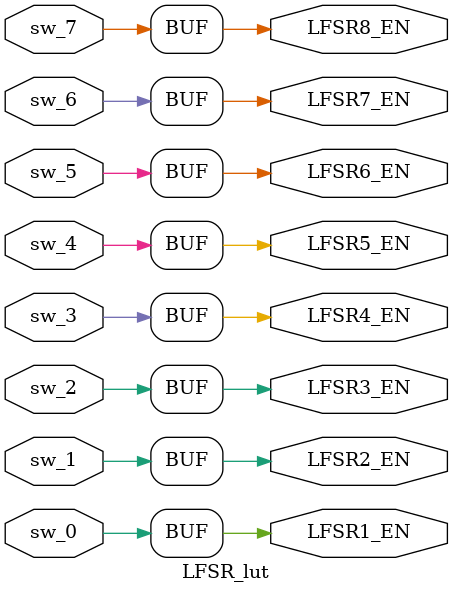
<source format=v>
`timescale 1ns / 1ps
module top_LFSR(output [3:0]gpioBank1, output [3:0]gpioBank2, input clk, input [7:0]sw);

	lut_to_LFSR topLUT(clk, sw[7:0], gpioBank1[0], gpioBank1[1], gpioBank1[2], gpioBank1[3], gpioBank2[0], gpioBank2[1], gpioBank2[2], gpioBank2[3]);

endmodule
// Module that combines all of the components so that a flip of a switch initiates different sound outputs
module lut_to_LFSR(clk, sw, LFSR_1,LFSR_2,LFSR_3,LFSR_4,LFSR_5,LFSR_6,LFSR_7,LFSR_8);
input clk;
input[7:0] sw;
output[7:0] LFSR_1,LFSR_2,LFSR_3,LFSR_4,LFSR_5,LFSR_6,LFSR_7,LFSR_8;

wire conditioned1, conditioned2, conditioned3, conditioned4, conditioned5, conditioned6, conditioned7, conditioned8;
wire[16:0] counter1,counter2,counter3,counter4;
wire[15:0] counter5,counter6,counter7,counter8;
wire speaker1, speaker2, speaker3, speaker4, speaker5, speaker6, speaker7, speaker8;
wire EN_C,EN_D,EN_E,EN_F,EN_G,EN_A,EN_B,EN_C2;

inputconditioner lfsr1_ic(clk, sw[0], conditioned1);
inputconditioner lfsr2_ic(clk, sw[1], conditioned2);
inputconditioner lfsr3_ic(clk, sw[2], conditioned3);
inputconditioner lfsr4_ic(clk, sw[3], conditioned4);
inputconditioner lfsr5_ic(clk, sw[4], conditioned5);
inputconditioner lfsr6_ic(clk, sw[5], conditioned6);
inputconditioner lfsr7_ic(clk, sw[6], conditioned7);
inputconditioner lfsr8_ic(clk, sw[7], conditioned8);

LFSR_lut LUT(conditioned1,conditioned2,conditioned3,conditioned4,conditioned5,conditioned6,conditioned7,conditioned8,EN_C,EN_D,EN_E,EN_F,EN_G,EN_A,EN_B,EN_C2);

musicC CredoCLK (clk, speaker1, counter1, EN_C);
musicD DredoCLK (clk, speaker2, counter2, EN_D);
musicE EredoCLK (clk, speaker3, counter3, EN_E);
musicF FredoCLK (clk, speaker4, counter4, EN_F);
musicG GredoCLK (clk, speaker5, counter5, EN_G);
musicA AredoCLK (clk, speaker6, counter6, EN_A);
musicB BredoCLK (clk, speaker7, counter7, EN_B);
musicC2 C2redoCLK (clk, speaker8, counter8, EN_C2);

LFSR1 lfsr_1(speaker1,LFSR_1,EN_C);
LFSR2 lfsr_2(speaker2,LFSR_2,EN_D);
LFSR3 lfsr_3(speaker3,LFSR_3,EN_E);
LFSR4 lfsr_4(speaker4,LFSR_4,EN_F);
LFSR5 lfsr_5(speaker5,LFSR_5,EN_G);
LFSR6 lfsr_6(speaker6,LFSR_6,EN_A);
LFSR7 lfsr_7(speaker7,LFSR_7,EN_B);
LFSR8 lfsr_8(speaker8,LFSR_8,EN_C2);

endmodule 
// Input conditioner for all of the switches
module inputconditioner(clk, noisysignal, conditioned);
output reg conditioned = 0;
reg positiveedge = 0;
reg negativeedge = 0;
input clk, noisysignal;


parameter counterwidth = 3;
parameter waittime = 3;

reg[counterwidth-1:0] counter =0;
reg synchronizer0 = 0;
reg synchronizer1 = 0;

always @(posedge clk ) begin
	positiveedge <= 0;
	negativeedge <= 0;
    	if(conditioned == synchronizer1) // conditioned will is equal to the next waittime signal
        	counter <= 0;
    	else begin
        if( counter == waittime) begin //when conditioned has not been equal to the next three waittime signals 
            	counter <= 0; //will set counter back to zero after this cycle
            	conditioned <= synchronizer1; //does not shift until after this cycle
		if (conditioned == 0) begin //during this cycle, checks if the first conditioned (when the next waittime signals have not been equal) is zero
			positiveedge <=1; //if 0, there is a rise in the signal
		end
		else begin
			negativeedge <=1; //if 1, there is a fall in the signal
		end
        end
        else 
            	counter <= counter+1; //when the waittime has not been three, counter keeps adding one, until waittime is three (which then initializes the check above)
    	end
    	synchronizer1 = synchronizer0;
    	synchronizer0 = noisysignal;
end
endmodule
// All of the notes up counters: C, D, E, F, G, A, B, C2 (C that is one octave higher than middle C)
module musicC(clk, speaker, counter, EN_C);
//261.6 HZ
input clk;
input EN_C;
output speaker;

output reg [16:0] counter = 17'b0;

always @(posedge clk)
	if(EN_C) begin
		if(counter==95566) begin
			counter <= 0;
    		end
    		else begin
			counter <= counter+1;
    		end
	end
assign speaker = counter[16];
endmodule
module musicD(clk, speaker, counter, EN_D);
//293.7 HZ
input clk;
input EN_D;
output speaker;

output reg [16:0] counter = 17'b0;

always @(posedge clk)
	if(EN_D) begin
		if(counter==85121) begin
			counter <= 0;
    		end
    		else begin
			counter <= counter+1;
    		end
	end
assign speaker = counter[16];
endmodule

module musicE(clk, speaker, counter, EN_E);
//329.6 HZ
input clk;
input EN_E;
output speaker;

output reg [16:0] counter = 17'b0;

always @(posedge clk)
	if(EN_E) begin
		if(counter==75850) begin
			counter <= 0;
    		end
    		else begin
			counter <= counter+1;
    		end
	end
assign speaker = counter[16];
endmodule

module musicF(clk, speaker, counter, EN_F);
//349.2 HZ
input clk;
input EN_F;
output speaker;

output reg [16:0] counter = 17'b0;

always @(posedge clk)
	if(EN_F) begin
		if(counter==71592) begin
			counter <= 0;
    		end
    		else begin
			counter <= counter+1;
    		end
	end
assign speaker = counter[16];
endmodule
module musicG(clk, speaker, counter, EN_F);
//392 HZ
input clk;
input EN_F;
output speaker;

output reg [15:0] counter = 16'b0;

always @(posedge clk)
	if(EN_F) begin
    		if(counter==63776) begin
			counter <= 0;
    		end
    		else begin
			counter <= counter+1;
    		end
	end
assign speaker = counter[15];
endmodule

module musicA(clk, speaker, counter, EN_A);
//440 HZ
input clk;
input EN_A;
output speaker;

output reg [15:0] counter = 16'b0;

always @(posedge clk)
	if(EN_A) begin
		if(counter==56818) begin
			counter <= 0;
    		end
    		else begin
			counter <= counter+1;
    		end
	end
assign speaker = counter[15];
endmodule
module musicB(clk, speaker, counter, EN_B);
//493.9 HZ
input clk;
input EN_B;
output speaker;

output reg [15:0] counter = 16'b0;

always @(posedge clk)
	if(EN_B) begin
		if(counter==50618) begin
			counter <= 0;
    		end
    		else begin
			counter <= counter+1;
    		end
	end
assign speaker = counter[15];
endmodule

module musicC2(clk, speaker, counter, EN_C2);
//523.3 HZ
input clk;
input EN_C2;
output speaker;

output reg [15:0] counter = 16'b0;

always @(posedge clk)
	if(EN_C2) begin
		if(counter==47774) begin
			counter <= 0;
    		end
    		else begin
			counter <= counter+1;
    		end
	end
assign speaker = counter[15];
endmodule
// The different LFSRs that will be initiated by each switch. They each have different pseudo-random patterns.
module LFSR1(clk,LFSR,LFSR1_EN);
input clk,LFSR1_EN;
output reg [7:0] LFSR = 8'b11111111;  // put here the initial value

wire feedback = LFSR[7];
always @(posedge clk) begin
if(LFSR1_EN) begin
  LFSR[0] <= feedback;
  LFSR[1] <= LFSR[0];
  LFSR[2] <= LFSR[1] ^ feedback;
  LFSR[3] <= LFSR[2] ^ feedback;
  LFSR[4] <= LFSR[3] ^ feedback;
  LFSR[5] <= LFSR[4];
  LFSR[6] <= LFSR[5];
  LFSR[7] <= LFSR[6];
end
end
endmodule 

module LFSR2(clk,LFSR,LFSR2_EN);
input clk,LFSR2_EN;
output reg [7:0] LFSR = 8'b11011111;  // put here the initial value

wire feedback = LFSR[7];

always @(posedge clk) begin
if(LFSR2_EN) begin
  LFSR[0] <= feedback;
  LFSR[1] <= LFSR[0];
  LFSR[2] <= LFSR[1] ^ feedback;
  LFSR[3] <= LFSR[2];
  LFSR[4] <= LFSR[3] ^ feedback;
  LFSR[5] <= LFSR[4];
  LFSR[6] <= LFSR[5] ^ feedback;
  LFSR[7] <= LFSR[6];
end
end
endmodule 

module LFSR3(clk,LFSR,LFSR3_EN);
input clk,LFSR3_EN;
output reg [7:0] LFSR = 8'b01010101;  // put here the initial value

wire feedback = LFSR[7];

always @(posedge clk) begin
if(LFSR3_EN) begin
  LFSR[0] <= feedback;
  LFSR[1] <= LFSR[0];
  LFSR[2] <= LFSR[1] ^ feedback;
  LFSR[3] <= LFSR[2];
  LFSR[4] <= LFSR[3];
  LFSR[5] <= LFSR[4];
  LFSR[6] <= LFSR[5];
  LFSR[7] <= LFSR[6] ^ feedback;
end
end
endmodule
module LFSR4(clk,LFSR,LFSR4_EN);
input clk,LFSR4_EN;
output reg [7:0] LFSR = 8'b11101111;  // put here the initial value

wire feedback = LFSR[7];
always @(posedge clk) begin
if(LFSR4_EN) begin
  LFSR[0] <= feedback;
  LFSR[1] <= LFSR[0] ^ feedback;
  LFSR[2] <= LFSR[1];
  LFSR[3] <= LFSR[2] ^ feedback;
  LFSR[4] <= LFSR[3];
  LFSR[5] <= LFSR[4];
  LFSR[6] <= LFSR[5];
  LFSR[7] <= LFSR[6];
end
end
endmodule 
module LFSR5(clk,LFSR,LFSR5_EN);
input clk,LFSR5_EN;
output reg [7:0] LFSR = 8'b11111000;  // put here the initial value

wire feedback = LFSR[7];
always @(posedge clk) begin
if(LFSR5_EN) begin
  LFSR[0] <= feedback;
  LFSR[1] <= LFSR[0];
  LFSR[2] <= LFSR[1] ^ feedback;
  LFSR[3] <= LFSR[2];
  LFSR[4] <= LFSR[3] ^ feedback;
  LFSR[5] <= LFSR[4];
  LFSR[6] <= LFSR[5];
  LFSR[7] <= LFSR[6];
end
end
endmodule 
module LFSR6(clk,LFSR,LFSR6_EN);
input clk,LFSR6_EN;
output reg [7:0] LFSR = 8'b01100110;  // put here the initial value

wire feedback = LFSR[7];
always @(posedge clk) begin
if(LFSR6_EN) begin
  LFSR[0] <= feedback;
  LFSR[1] <= LFSR[0];
  LFSR[2] <= LFSR[1] ^ feedback;
  LFSR[3] <= LFSR[2];
  LFSR[4] <= LFSR[3];
  LFSR[5] <= LFSR[4];
  LFSR[6] <= LFSR[5] ^ feedback;
  LFSR[7] <= LFSR[6];
end
end
endmodule 
module LFSR7(clk,LFSR,LFSR7_EN);
input clk,LFSR7_EN;
output reg [7:0] LFSR = 8'b11111111;  // put here the initial value

wire feedback = LFSR[7];
always @(posedge clk) begin
if(LFSR7_EN) begin
  LFSR[0] <= feedback;
  LFSR[1] <= LFSR[0];
  LFSR[2] <= LFSR[1] ^ feedback;
  LFSR[3] <= LFSR[2] ^ feedback;
  LFSR[4] <= LFSR[3] ^ feedback;
  LFSR[5] <= LFSR[4];
  LFSR[6] <= LFSR[5];
  LFSR[7] <= LFSR[6];
end
end
endmodule 
module LFSR8(clk,LFSR,LFSR8_EN);
input clk,LFSR8_EN;
output reg [7:0] LFSR = 8'b10101010;  // put here the initial value

wire feedback = LFSR[7];
always @(posedge clk) begin
if(LFSR8_EN) begin
  LFSR[0] <= feedback;
  LFSR[1] <= LFSR[0] ^ feedback;
  LFSR[2] <= LFSR[1] ^ feedback;
  LFSR[3] <= LFSR[2];
  LFSR[4] <= LFSR[3];
  LFSR[5] <= LFSR[4];
  LFSR[6] <= LFSR[5];
  LFSR[7] <= LFSR[6] ^ feedback;
end
end
endmodule 
// CompArch Final Project
// Piano LFSR LUT
// Detects switches being pressed on FPGA and enables the notes

module LFSR_lut(sw_0,sw_1,sw_2,sw_3,sw_4,sw_5,sw_6,sw_7,LFSR1_EN,LFSR2_EN,LFSR3_EN,LFSR4_EN,LFSR5_EN,LFSR6_EN,LFSR7_EN,LFSR8_EN);
input sw_0, sw_1, sw_2, sw_3, sw_4, sw_5, sw_6, sw_7;

output reg LFSR1_EN = 'b0;
output reg LFSR2_EN = 'b0;
output reg LFSR3_EN = 'b0;
output reg LFSR4_EN = 'b0;
output reg LFSR5_EN = 'b0;
output reg LFSR6_EN = 'b0;
output reg LFSR7_EN = 'b0;
output reg LFSR8_EN = 'b0;

always@(sw_0, sw_1, sw_2, sw_3, sw_3, sw_4, sw_5, sw_6, sw_7) begin
	LFSR8_EN = sw_7;
	LFSR7_EN = sw_6;
	LFSR6_EN = sw_5;
	LFSR5_EN = sw_4;
	LFSR4_EN = sw_3;
	LFSR3_EN = sw_2;
	LFSR2_EN = sw_1;
	LFSR1_EN = sw_0;
end
endmodule 

</source>
